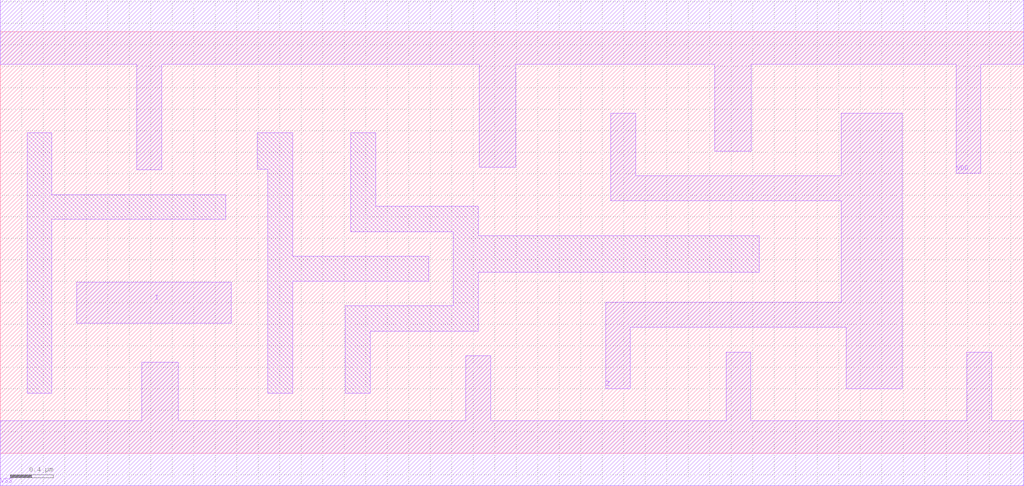
<source format=lef>
# Copyright 2022 GlobalFoundries PDK Authors
#
# Licensed under the Apache License, Version 2.0 (the "License");
# you may not use this file except in compliance with the License.
# You may obtain a copy of the License at
#
#      http://www.apache.org/licenses/LICENSE-2.0
#
# Unless required by applicable law or agreed to in writing, software
# distributed under the License is distributed on an "AS IS" BASIS,
# WITHOUT WARRANTIES OR CONDITIONS OF ANY KIND, either express or implied.
# See the License for the specific language governing permissions and
# limitations under the License.

MACRO gf180mcu_fd_sc_mcu7t5v0__dlya_4
  CLASS core ;
  FOREIGN gf180mcu_fd_sc_mcu7t5v0__dlya_4 0.0 0.0 ;
  ORIGIN 0 0 ;
  SYMMETRY X Y ;
  SITE GF018hv5v_mcu_sc7 ;
  SIZE 9.52 BY 3.92 ;
  PIN I
    DIRECTION INPUT ;
    ANTENNAGATEAREA 0.396 ;
    PORT
      LAYER Metal1 ;
        POLYGON 0.71 1.21 2.15 1.21 2.15 1.59 0.71 1.59  ;
    END
  END I
  PIN Z
    DIRECTION OUTPUT ;
    ANTENNADIFFAREA 2.3656 ;
    PORT
      LAYER Metal1 ;
        POLYGON 5.68 2.35 7.06 2.35 7.82 2.35 7.82 1.405 5.63 1.405 5.63 0.6 5.86 0.6 5.86 1.17 7.87 1.17 7.87 0.6 8.39 0.6 8.39 3.16 7.82 3.16 7.82 2.58 7.06 2.58 5.91 2.58 5.91 3.16 5.68 3.16  ;
    END
  END Z
  PIN VDD
    DIRECTION INOUT ;
    USE power ;
    SHAPE ABUTMENT ;
    PORT
      LAYER Metal1 ;
        POLYGON 0 3.62 1.27 3.62 1.27 2.635 1.5 2.635 1.5 3.62 2.095 3.62 4.455 3.62 4.455 2.66 4.795 2.66 4.795 3.62 6.645 3.62 6.645 2.81 6.985 2.81 6.985 3.62 7.06 3.62 8.89 3.62 8.89 2.605 9.12 2.605 9.12 3.62 9.52 3.62 9.52 4.22 7.06 4.22 2.095 4.22 0 4.22  ;
    END
  END VDD
  PIN VSS
    DIRECTION INOUT ;
    USE ground ;
    SHAPE ABUTMENT ;
    PORT
      LAYER Metal1 ;
        POLYGON 0 -0.3 9.52 -0.3 9.52 0.3 9.22 0.3 9.22 0.94 8.99 0.94 8.99 0.3 6.98 0.3 6.98 0.94 6.75 0.94 6.75 0.3 4.56 0.3 4.56 0.905 4.33 0.905 4.33 0.3 1.655 0.3 1.655 0.845 1.315 0.845 1.315 0.3 0 0.3  ;
    END
  END VSS
  OBS
      LAYER Metal1 ;
        POLYGON 0.25 0.56 0.48 0.56 0.48 2.175 2.095 2.175 2.095 2.405 0.48 2.405 0.48 2.98 0.25 2.98  ;
        POLYGON 2.39 2.64 2.49 2.64 2.49 0.56 2.72 0.56 2.72 1.6 3.985 1.6 3.985 1.83 2.72 1.83 2.72 2.98 2.39 2.98  ;
        POLYGON 3.26 2.06 4.215 2.06 4.215 1.37 3.21 1.37 3.21 0.56 3.44 0.56 3.44 1.135 4.445 1.135 4.445 1.685 7.06 1.685 7.06 2.025 4.445 2.025 4.445 2.295 3.49 2.295 3.49 2.98 3.26 2.98  ;
  END
END gf180mcu_fd_sc_mcu7t5v0__dlya_4

</source>
